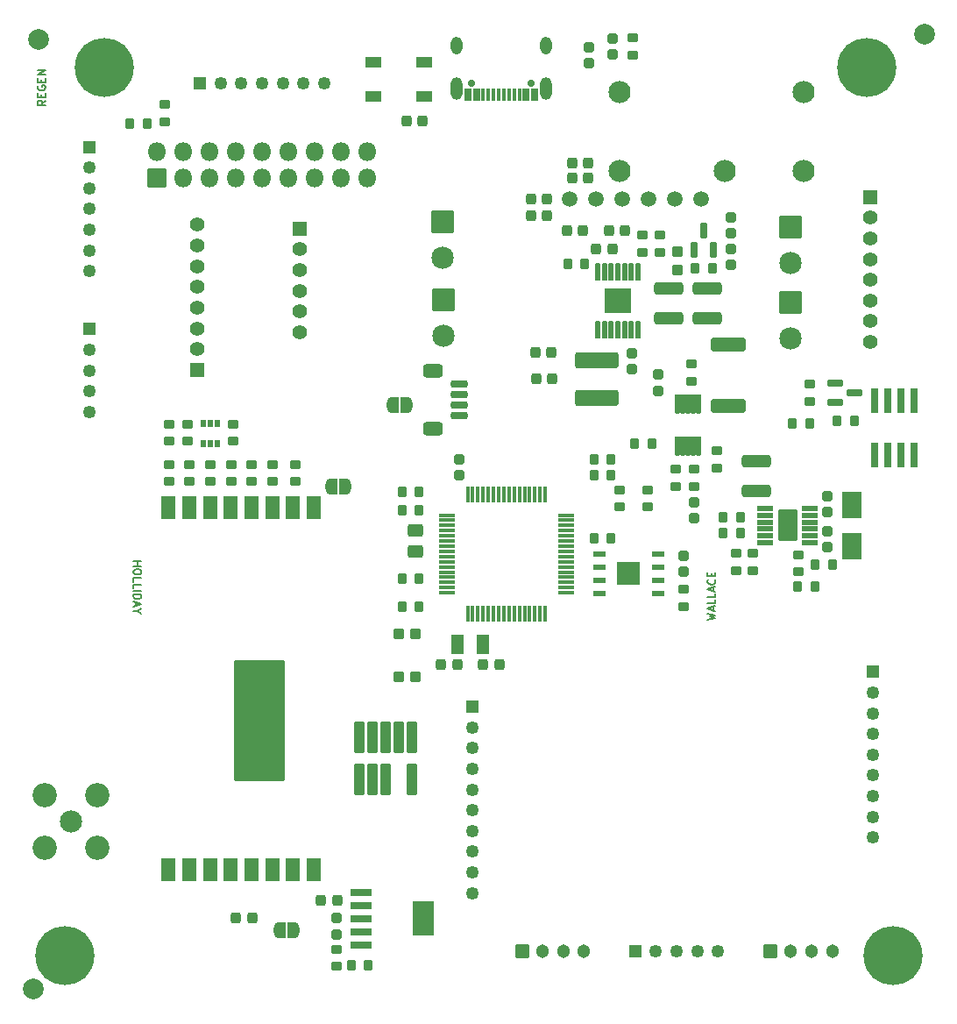
<source format=gts>
%TF.GenerationSoftware,KiCad,Pcbnew,7.0.9*%
%TF.CreationDate,2024-05-14T22:46:05-07:00*%
%TF.ProjectId,mainboard,6d61696e-626f-4617-9264-2e6b69636164,06b*%
%TF.SameCoordinates,Original*%
%TF.FileFunction,Soldermask,Top*%
%TF.FilePolarity,Negative*%
%FSLAX46Y46*%
G04 Gerber Fmt 4.6, Leading zero omitted, Abs format (unit mm)*
G04 Created by KiCad (PCBNEW 7.0.9) date 2024-05-14 22:46:05*
%MOMM*%
%LPD*%
G01*
G04 APERTURE LIST*
G04 Aperture macros list*
%AMRoundRect*
0 Rectangle with rounded corners*
0 $1 Rounding radius*
0 $2 $3 $4 $5 $6 $7 $8 $9 X,Y pos of 4 corners*
0 Add a 4 corners polygon primitive as box body*
4,1,4,$2,$3,$4,$5,$6,$7,$8,$9,$2,$3,0*
0 Add four circle primitives for the rounded corners*
1,1,$1+$1,$2,$3*
1,1,$1+$1,$4,$5*
1,1,$1+$1,$6,$7*
1,1,$1+$1,$8,$9*
0 Add four rect primitives between the rounded corners*
20,1,$1+$1,$2,$3,$4,$5,0*
20,1,$1+$1,$4,$5,$6,$7,0*
20,1,$1+$1,$6,$7,$8,$9,0*
20,1,$1+$1,$8,$9,$2,$3,0*%
%AMFreePoly0*
4,1,35,0.535921,0.785921,0.550800,0.750000,0.550800,-0.750000,0.535921,-0.785921,0.500000,-0.800800,0.000000,-0.800800,-0.012286,-0.795711,-0.071157,-0.795711,-0.085469,-0.793653,-0.222020,-0.753558,-0.235173,-0.747552,-0.354895,-0.670611,-0.365822,-0.661142,-0.459019,-0.553587,-0.466836,-0.541423,-0.525955,-0.411969,-0.530029,-0.398096,-0.550283,-0.257230,-0.550800,-0.250000,-0.550800,0.250000,
-0.550283,0.257230,-0.530029,0.398096,-0.525955,0.411969,-0.466836,0.541423,-0.459019,0.553587,-0.365822,0.661142,-0.354895,0.670611,-0.235173,0.747552,-0.222020,0.753558,-0.085469,0.793653,-0.071157,0.795711,-0.012286,0.795711,0.000000,0.800800,0.500000,0.800800,0.535921,0.785921,0.535921,0.785921,$1*%
%AMFreePoly1*
4,1,35,0.012286,0.795711,0.071157,0.795711,0.085469,0.793653,0.222020,0.753558,0.235173,0.747552,0.354895,0.670611,0.365822,0.661142,0.459019,0.553587,0.466836,0.541423,0.525955,0.411969,0.530029,0.398096,0.550283,0.257230,0.550800,0.250000,0.550800,-0.250000,0.550283,-0.257230,0.530029,-0.398096,0.525955,-0.411969,0.466836,-0.541423,0.459019,-0.553587,0.365822,-0.661142,
0.354895,-0.670611,0.235173,-0.747552,0.222020,-0.753558,0.085469,-0.793653,0.071157,-0.795711,0.012286,-0.795711,0.000000,-0.800800,-0.500000,-0.800800,-0.535921,-0.785921,-0.550800,-0.750000,-0.550800,0.750000,-0.535921,0.785921,-0.500000,0.800800,0.000000,0.800800,0.012286,0.795711,0.012286,0.795711,$1*%
G04 Aperture macros list end*
%ADD10C,0.190500*%
%ADD11RoundRect,0.050800X0.575000X0.575000X-0.575000X0.575000X-0.575000X-0.575000X0.575000X-0.575000X0*%
%ADD12C,1.251600*%
%ADD13FreePoly0,180.000000*%
%ADD14FreePoly1,180.000000*%
%ADD15RoundRect,0.300800X0.650000X-0.350000X0.650000X0.350000X-0.650000X0.350000X-0.650000X-0.350000X0*%
%ADD16RoundRect,0.200800X0.625000X-0.150000X0.625000X0.150000X-0.625000X0.150000X-0.625000X-0.150000X0*%
%ADD17RoundRect,0.300800X-1.100000X0.325000X-1.100000X-0.325000X1.100000X-0.325000X1.100000X0.325000X0*%
%ADD18RoundRect,0.250800X-0.200000X-0.275000X0.200000X-0.275000X0.200000X0.275000X-0.200000X0.275000X0*%
%ADD19RoundRect,0.063500X-0.152400X0.800100X-0.152400X-0.800100X0.152400X-0.800100X0.152400X0.800100X0*%
%ADD20RoundRect,0.063500X-1.230000X1.155000X-1.230000X-1.155000X1.230000X-1.155000X1.230000X1.155000X0*%
%ADD21RoundRect,0.275800X-0.225000X-0.250000X0.225000X-0.250000X0.225000X0.250000X-0.225000X0.250000X0*%
%ADD22RoundRect,0.275800X0.250000X-0.225000X0.250000X0.225000X-0.250000X0.225000X-0.250000X-0.225000X0*%
%ADD23RoundRect,0.250800X0.200000X0.275000X-0.200000X0.275000X-0.200000X-0.275000X0.200000X-0.275000X0*%
%ADD24RoundRect,0.275800X0.225000X0.250000X-0.225000X0.250000X-0.225000X-0.250000X0.225000X-0.250000X0*%
%ADD25RoundRect,0.063500X-0.660400X0.279400X-0.660400X-0.279400X0.660400X-0.279400X0.660400X0.279400X0*%
%ADD26RoundRect,0.050800X0.150000X0.737500X-0.150000X0.737500X-0.150000X-0.737500X0.150000X-0.737500X0*%
%ADD27RoundRect,0.050800X0.737500X-0.150000X0.737500X0.150000X-0.737500X0.150000X-0.737500X-0.150000X0*%
%ADD28RoundRect,0.050800X0.304800X1.104900X-0.304800X1.104900X-0.304800X-1.104900X0.304800X-1.104900X0*%
%ADD29RoundRect,0.063500X-0.525000X-0.225000X0.525000X-0.225000X0.525000X0.225000X-0.525000X0.225000X0*%
%ADD30RoundRect,0.063500X1.050000X-1.050000X1.050000X1.050000X-1.050000X1.050000X-1.050000X-1.050000X0*%
%ADD31C,5.701600*%
%ADD32C,2.000000*%
%ADD33C,2.133600*%
%ADD34RoundRect,0.250800X-0.275000X0.200000X-0.275000X-0.200000X0.275000X-0.200000X0.275000X0.200000X0*%
%ADD35C,2.151600*%
%ADD36C,2.351600*%
%ADD37RoundRect,0.050800X0.750000X0.450000X-0.750000X0.450000X-0.750000X-0.450000X0.750000X-0.450000X0*%
%ADD38RoundRect,0.275800X-0.250000X0.225000X-0.250000X-0.225000X0.250000X-0.225000X0.250000X0.225000X0*%
%ADD39RoundRect,0.300800X-0.450000X0.325000X-0.450000X-0.325000X0.450000X-0.325000X0.450000X0.325000X0*%
%ADD40RoundRect,0.250800X0.275000X-0.200000X0.275000X0.200000X-0.275000X0.200000X-0.275000X-0.200000X0*%
%ADD41RoundRect,0.050800X0.500000X0.900000X-0.500000X0.900000X-0.500000X-0.900000X0.500000X-0.900000X0*%
%ADD42RoundRect,0.063500X-1.016000X1.016000X-1.016000X-1.016000X1.016000X-1.016000X1.016000X1.016000X0*%
%ADD43C,2.159000*%
%ADD44RoundRect,0.269550X0.256250X-0.218750X0.256250X0.218750X-0.256250X0.218750X-0.256250X-0.218750X0*%
%ADD45RoundRect,0.300800X-1.425000X0.362500X-1.425000X-0.362500X1.425000X-0.362500X1.425000X0.362500X0*%
%ADD46RoundRect,0.383800X-1.767000X0.417000X-1.767000X-0.417000X1.767000X-0.417000X1.767000X0.417000X0*%
%ADD47RoundRect,0.063500X-0.279400X-0.660400X0.279400X-0.660400X0.279400X0.660400X-0.279400X0.660400X0*%
%ADD48RoundRect,0.300800X1.100000X-0.325000X1.100000X0.325000X-1.100000X0.325000X-1.100000X-0.325000X0*%
%ADD49RoundRect,0.050800X-0.165100X0.889000X-0.165100X-0.889000X0.165100X-0.889000X0.165100X0.889000X0*%
%ADD50RoundRect,0.050800X0.450000X-0.450000X0.450000X0.450000X-0.450000X0.450000X-0.450000X-0.450000X0*%
%ADD51RoundRect,0.050800X0.200000X-0.325000X0.200000X0.325000X-0.200000X0.325000X-0.200000X-0.325000X0*%
%ADD52RoundRect,0.050800X1.000000X-0.325000X1.000000X0.325000X-1.000000X0.325000X-1.000000X-0.325000X0*%
%ADD53RoundRect,0.050800X-1.000000X-1.600000X1.000000X-1.600000X1.000000X1.600000X-1.000000X1.600000X0*%
%ADD54C,0.701600*%
%ADD55RoundRect,0.050800X0.300000X0.575000X-0.300000X0.575000X-0.300000X-0.575000X0.300000X-0.575000X0*%
%ADD56RoundRect,0.050800X0.150000X0.575000X-0.150000X0.575000X-0.150000X-0.575000X0.150000X-0.575000X0*%
%ADD57O,1.101600X2.201600*%
%ADD58O,1.101600X1.701600*%
%ADD59RoundRect,0.050800X-0.698500X-0.215900X0.698500X-0.215900X0.698500X0.215900X-0.698500X0.215900X0*%
%ADD60RoundRect,0.050800X-0.876300X-1.473200X0.876300X-1.473200X0.876300X1.473200X-0.876300X1.473200X0*%
%ADD61RoundRect,0.050800X-0.850000X1.250000X-0.850000X-1.250000X0.850000X-1.250000X0.850000X1.250000X0*%
%ADD62RoundRect,0.288300X0.237500X-0.250000X0.237500X0.250000X-0.237500X0.250000X-0.237500X-0.250000X0*%
%ADD63RoundRect,0.102000X-0.370000X-1.395000X0.370000X-1.395000X0.370000X1.395000X-0.370000X1.395000X0*%
%ADD64RoundRect,0.063500X-0.650000X1.000000X-0.650000X-1.000000X0.650000X-1.000000X0.650000X1.000000X0*%
%ADD65RoundRect,0.063500X-2.350000X5.750000X-2.350000X-5.750000X2.350000X-5.750000X2.350000X5.750000X0*%
%ADD66RoundRect,0.050800X0.575000X-0.575000X0.575000X0.575000X-0.575000X0.575000X-0.575000X-0.575000X0*%
%ADD67FreePoly0,0.000000*%
%ADD68FreePoly1,0.000000*%
%ADD69RoundRect,0.050800X0.654000X-0.654000X0.654000X0.654000X-0.654000X0.654000X-0.654000X-0.654000X0*%
%ADD70C,1.409600*%
%ADD71RoundRect,0.076200X-0.575000X-0.575000X0.575000X-0.575000X0.575000X0.575000X-0.575000X0.575000X0*%
%ADD72C,1.302400*%
%ADD73RoundRect,0.050800X-0.654000X0.654000X-0.654000X-0.654000X0.654000X-0.654000X0.654000X0.654000X0*%
%ADD74C,1.501600*%
%ADD75RoundRect,0.050800X-0.850000X0.850000X-0.850000X-0.850000X0.850000X-0.850000X0.850000X0.850000X0*%
%ADD76O,1.801600X1.801600*%
G04 APERTURE END LIST*
D10*
X110020390Y-105246714D02*
X110782390Y-105246714D01*
X110419533Y-105246714D02*
X110419533Y-105682143D01*
X110020390Y-105682143D02*
X110782390Y-105682143D01*
X110782390Y-106190143D02*
X110782390Y-106335286D01*
X110782390Y-106335286D02*
X110746104Y-106407857D01*
X110746104Y-106407857D02*
X110673533Y-106480429D01*
X110673533Y-106480429D02*
X110528390Y-106516714D01*
X110528390Y-106516714D02*
X110274390Y-106516714D01*
X110274390Y-106516714D02*
X110129247Y-106480429D01*
X110129247Y-106480429D02*
X110056676Y-106407857D01*
X110056676Y-106407857D02*
X110020390Y-106335286D01*
X110020390Y-106335286D02*
X110020390Y-106190143D01*
X110020390Y-106190143D02*
X110056676Y-106117572D01*
X110056676Y-106117572D02*
X110129247Y-106045000D01*
X110129247Y-106045000D02*
X110274390Y-106008714D01*
X110274390Y-106008714D02*
X110528390Y-106008714D01*
X110528390Y-106008714D02*
X110673533Y-106045000D01*
X110673533Y-106045000D02*
X110746104Y-106117572D01*
X110746104Y-106117572D02*
X110782390Y-106190143D01*
X110020390Y-107206143D02*
X110020390Y-106843286D01*
X110020390Y-106843286D02*
X110782390Y-106843286D01*
X110020390Y-107823000D02*
X110020390Y-107460143D01*
X110020390Y-107460143D02*
X110782390Y-107460143D01*
X110020390Y-108077000D02*
X110782390Y-108077000D01*
X110020390Y-108439857D02*
X110782390Y-108439857D01*
X110782390Y-108439857D02*
X110782390Y-108621286D01*
X110782390Y-108621286D02*
X110746104Y-108730143D01*
X110746104Y-108730143D02*
X110673533Y-108802714D01*
X110673533Y-108802714D02*
X110600961Y-108839000D01*
X110600961Y-108839000D02*
X110455818Y-108875286D01*
X110455818Y-108875286D02*
X110346961Y-108875286D01*
X110346961Y-108875286D02*
X110201818Y-108839000D01*
X110201818Y-108839000D02*
X110129247Y-108802714D01*
X110129247Y-108802714D02*
X110056676Y-108730143D01*
X110056676Y-108730143D02*
X110020390Y-108621286D01*
X110020390Y-108621286D02*
X110020390Y-108439857D01*
X110238104Y-109165571D02*
X110238104Y-109528429D01*
X110020390Y-109093000D02*
X110782390Y-109347000D01*
X110782390Y-109347000D02*
X110020390Y-109601000D01*
X110383247Y-110000143D02*
X110020390Y-110000143D01*
X110782390Y-109746143D02*
X110383247Y-110000143D01*
X110383247Y-110000143D02*
X110782390Y-110254143D01*
X101522609Y-60723714D02*
X101159752Y-60977714D01*
X101522609Y-61159143D02*
X100760609Y-61159143D01*
X100760609Y-61159143D02*
X100760609Y-60868857D01*
X100760609Y-60868857D02*
X100796895Y-60796286D01*
X100796895Y-60796286D02*
X100833181Y-60760000D01*
X100833181Y-60760000D02*
X100905752Y-60723714D01*
X100905752Y-60723714D02*
X101014609Y-60723714D01*
X101014609Y-60723714D02*
X101087181Y-60760000D01*
X101087181Y-60760000D02*
X101123466Y-60796286D01*
X101123466Y-60796286D02*
X101159752Y-60868857D01*
X101159752Y-60868857D02*
X101159752Y-61159143D01*
X101123466Y-60397143D02*
X101123466Y-60143143D01*
X101522609Y-60034286D02*
X101522609Y-60397143D01*
X101522609Y-60397143D02*
X100760609Y-60397143D01*
X100760609Y-60397143D02*
X100760609Y-60034286D01*
X100796895Y-59308571D02*
X100760609Y-59381143D01*
X100760609Y-59381143D02*
X100760609Y-59490000D01*
X100760609Y-59490000D02*
X100796895Y-59598857D01*
X100796895Y-59598857D02*
X100869466Y-59671428D01*
X100869466Y-59671428D02*
X100942038Y-59707714D01*
X100942038Y-59707714D02*
X101087181Y-59744000D01*
X101087181Y-59744000D02*
X101196038Y-59744000D01*
X101196038Y-59744000D02*
X101341181Y-59707714D01*
X101341181Y-59707714D02*
X101413752Y-59671428D01*
X101413752Y-59671428D02*
X101486324Y-59598857D01*
X101486324Y-59598857D02*
X101522609Y-59490000D01*
X101522609Y-59490000D02*
X101522609Y-59417428D01*
X101522609Y-59417428D02*
X101486324Y-59308571D01*
X101486324Y-59308571D02*
X101450038Y-59272285D01*
X101450038Y-59272285D02*
X101196038Y-59272285D01*
X101196038Y-59272285D02*
X101196038Y-59417428D01*
X101123466Y-58945714D02*
X101123466Y-58691714D01*
X101522609Y-58582857D02*
X101522609Y-58945714D01*
X101522609Y-58945714D02*
X100760609Y-58945714D01*
X100760609Y-58945714D02*
X100760609Y-58582857D01*
X101522609Y-58256285D02*
X100760609Y-58256285D01*
X100760609Y-58256285D02*
X101522609Y-57820856D01*
X101522609Y-57820856D02*
X100760609Y-57820856D01*
X165493409Y-110907285D02*
X166255409Y-110725857D01*
X166255409Y-110725857D02*
X165711124Y-110580714D01*
X165711124Y-110580714D02*
X166255409Y-110435571D01*
X166255409Y-110435571D02*
X165493409Y-110254143D01*
X166037695Y-110000143D02*
X166037695Y-109637286D01*
X166255409Y-110072714D02*
X165493409Y-109818714D01*
X165493409Y-109818714D02*
X166255409Y-109564714D01*
X166255409Y-108947857D02*
X166255409Y-109310714D01*
X166255409Y-109310714D02*
X165493409Y-109310714D01*
X166255409Y-108331000D02*
X166255409Y-108693857D01*
X166255409Y-108693857D02*
X165493409Y-108693857D01*
X166037695Y-108113286D02*
X166037695Y-107750429D01*
X166255409Y-108185857D02*
X165493409Y-107931857D01*
X165493409Y-107931857D02*
X166255409Y-107677857D01*
X166182838Y-106988428D02*
X166219124Y-107024714D01*
X166219124Y-107024714D02*
X166255409Y-107133571D01*
X166255409Y-107133571D02*
X166255409Y-107206143D01*
X166255409Y-107206143D02*
X166219124Y-107315000D01*
X166219124Y-107315000D02*
X166146552Y-107387571D01*
X166146552Y-107387571D02*
X166073981Y-107423857D01*
X166073981Y-107423857D02*
X165928838Y-107460143D01*
X165928838Y-107460143D02*
X165819981Y-107460143D01*
X165819981Y-107460143D02*
X165674838Y-107423857D01*
X165674838Y-107423857D02*
X165602266Y-107387571D01*
X165602266Y-107387571D02*
X165529695Y-107315000D01*
X165529695Y-107315000D02*
X165493409Y-107206143D01*
X165493409Y-107206143D02*
X165493409Y-107133571D01*
X165493409Y-107133571D02*
X165529695Y-107024714D01*
X165529695Y-107024714D02*
X165565981Y-106988428D01*
X165856266Y-106661857D02*
X165856266Y-106407857D01*
X166255409Y-106299000D02*
X166255409Y-106661857D01*
X166255409Y-106661857D02*
X165493409Y-106661857D01*
X165493409Y-106661857D02*
X165493409Y-106299000D01*
D11*
X116450001Y-59050000D03*
D12*
X118450002Y-59050000D03*
X120450001Y-59050000D03*
X122450002Y-59050000D03*
X124450000Y-59050000D03*
X126450001Y-59050000D03*
X128450000Y-59050000D03*
D13*
X136390000Y-90120000D03*
D14*
X135090000Y-90120000D03*
D15*
X138960000Y-86830000D03*
X138960000Y-92430000D03*
D16*
X141485000Y-88130000D03*
X141485000Y-89130000D03*
X141485000Y-90130000D03*
X141485000Y-91130000D03*
D17*
X170200000Y-95525000D03*
X170200000Y-98475000D03*
D18*
X177991000Y-91694000D03*
X179641000Y-91694000D03*
D19*
X158766134Y-77289496D03*
X158116121Y-77289496D03*
X157466112Y-77289496D03*
X156816100Y-77289496D03*
X156166088Y-77289496D03*
X155516079Y-77289496D03*
X154866066Y-77289496D03*
X154866066Y-82826696D03*
X155516079Y-82826696D03*
X156166088Y-82826696D03*
X156816100Y-82826696D03*
X157466112Y-82826696D03*
X158116121Y-82826696D03*
X158766134Y-82826696D03*
D20*
X156816100Y-80058096D03*
D21*
X148958000Y-87630000D03*
X150508000Y-87630000D03*
X148865600Y-85090000D03*
X150415600Y-85090000D03*
D22*
X158178500Y-86690500D03*
X158178500Y-85140500D03*
D23*
X153606000Y-76517500D03*
X151956000Y-76517500D03*
D24*
X156286500Y-75057000D03*
X154736500Y-75057000D03*
D25*
X177783800Y-87995596D03*
X177783800Y-89900596D03*
X179663400Y-88948096D03*
D18*
X164275000Y-76962000D03*
X165925000Y-76962000D03*
D26*
X142300000Y-110259000D03*
X142800000Y-110259000D03*
X143300000Y-110259000D03*
X143800000Y-110259000D03*
X144300000Y-110259000D03*
X144800000Y-110259000D03*
X145300000Y-110259000D03*
X145800000Y-110259000D03*
X146300000Y-110259000D03*
X146800000Y-110259000D03*
X147300000Y-110259000D03*
X147800000Y-110259000D03*
X148300000Y-110259000D03*
X148800000Y-110259000D03*
X149300000Y-110259000D03*
X149800000Y-110259000D03*
D27*
X151788000Y-108271000D03*
X151788000Y-107771000D03*
X151788000Y-107271000D03*
X151788000Y-106771000D03*
X151788000Y-106271000D03*
X151788000Y-105771000D03*
X151788000Y-105271000D03*
X151788000Y-104771000D03*
X151788000Y-104271000D03*
X151788000Y-103771000D03*
X151788000Y-103271000D03*
X151788000Y-102771000D03*
X151788000Y-102271000D03*
X151788000Y-101771000D03*
X151788000Y-101271000D03*
X151788000Y-100771000D03*
D26*
X149800000Y-98783000D03*
X149300000Y-98783000D03*
X148800000Y-98783000D03*
X148300000Y-98783000D03*
X147800000Y-98783000D03*
X147300000Y-98783000D03*
X146800000Y-98783000D03*
X146300000Y-98783000D03*
X145800000Y-98783000D03*
X145300000Y-98783000D03*
X144800000Y-98783000D03*
X144300000Y-98783000D03*
X143800000Y-98783000D03*
X143300000Y-98783000D03*
X142800000Y-98783000D03*
X142300000Y-98783000D03*
D27*
X140312000Y-100771000D03*
X140312000Y-101271000D03*
X140312000Y-101771000D03*
X140312000Y-102271000D03*
X140312000Y-102771000D03*
X140312000Y-103271000D03*
X140312000Y-103771000D03*
X140312000Y-104271000D03*
X140312000Y-104771000D03*
X140312000Y-105271000D03*
X140312000Y-105771000D03*
X140312000Y-106271000D03*
X140312000Y-106771000D03*
X140312000Y-107271000D03*
X140312000Y-107771000D03*
X140312000Y-108271000D03*
D28*
X185420000Y-89712800D03*
X184150000Y-89712800D03*
X182880000Y-89712800D03*
X181610000Y-89712800D03*
X181610000Y-94945200D03*
X182880000Y-94945200D03*
X184150000Y-94945200D03*
X185420000Y-94945200D03*
D18*
X135954000Y-100330000D03*
X137604000Y-100330000D03*
D29*
X155011000Y-104521000D03*
X155011000Y-105791000D03*
X155011000Y-107061000D03*
X155011000Y-108331000D03*
X160711000Y-108331000D03*
X160711000Y-107061000D03*
X160711000Y-105791000D03*
X160711000Y-104521000D03*
D30*
X157861000Y-106426000D03*
D18*
X154496000Y-95377000D03*
X156146000Y-95377000D03*
D23*
X137604000Y-109601000D03*
X135954000Y-109601000D03*
D31*
X107236100Y-57564100D03*
X103426100Y-143294100D03*
X183426100Y-143294100D03*
X180896100Y-57564100D03*
D32*
X100330000Y-146558000D03*
D33*
X157000000Y-67500000D03*
X157000000Y-59880000D03*
X167160000Y-67500000D03*
X174780000Y-59880000D03*
X174780000Y-67500000D03*
D22*
X154051000Y-57143000D03*
X154051000Y-55593000D03*
D34*
X158254700Y-54674000D03*
X158254700Y-56324000D03*
D24*
X153937000Y-66776600D03*
X152387000Y-66776600D03*
D21*
X148450000Y-71818500D03*
X150000000Y-71818500D03*
D34*
X159194500Y-73724000D03*
X159194500Y-75374000D03*
D21*
X151879000Y-73279000D03*
X153429000Y-73279000D03*
D35*
X103949500Y-130365500D03*
D36*
X106489500Y-127825500D03*
X101409500Y-127825500D03*
X106489500Y-132905500D03*
X101409500Y-132905500D03*
D37*
X138086000Y-60324000D03*
X138086000Y-57024000D03*
X133186000Y-57024000D03*
X133186000Y-60324000D03*
D23*
X156146000Y-102997000D03*
X154496000Y-102997000D03*
D22*
X164211000Y-101064196D03*
X164211000Y-99514196D03*
D38*
X163195000Y-104683096D03*
X163195000Y-106233096D03*
D18*
X135954000Y-106934000D03*
X137604000Y-106934000D03*
D23*
X137604000Y-98552000D03*
X135954000Y-98552000D03*
D39*
X137287000Y-102226000D03*
X137287000Y-104276000D03*
D24*
X137975000Y-62700000D03*
X136425000Y-62700000D03*
X157493000Y-73279000D03*
X155943000Y-73279000D03*
D21*
X148412000Y-70231000D03*
X149962000Y-70231000D03*
D40*
X162433000Y-97980000D03*
X162433000Y-96330000D03*
X164211000Y-97980000D03*
X164211000Y-96330000D03*
D18*
X158433000Y-93853000D03*
X160083000Y-93853000D03*
D40*
X166370000Y-96202000D03*
X166370000Y-94552000D03*
D23*
X156146000Y-96901000D03*
X154496000Y-96901000D03*
D21*
X143801800Y-115183920D03*
X145351800Y-115183920D03*
D41*
X141294800Y-113278920D03*
X143794800Y-113278920D03*
D24*
X141287800Y-115183920D03*
X139737800Y-115183920D03*
D42*
X173532800Y-80213200D03*
D43*
X173532800Y-83713200D03*
D40*
X160909000Y-75374000D03*
X160909000Y-73724000D03*
D44*
X156293500Y-56286500D03*
X156293500Y-54711500D03*
D45*
X167500000Y-84312500D03*
X167500000Y-90237500D03*
D46*
X154813000Y-85830000D03*
X154813000Y-89430000D03*
D47*
X164147500Y-75171300D03*
X166052500Y-75171300D03*
X165100000Y-73291700D03*
D42*
X139954000Y-79959200D03*
D43*
X139954000Y-83459200D03*
D23*
X175323000Y-91948000D03*
X173673000Y-91948000D03*
D34*
X175387000Y-88123096D03*
X175387000Y-89773096D03*
D48*
X161769100Y-81787096D03*
X161769100Y-78837096D03*
X165481000Y-81787096D03*
X165481000Y-78837096D03*
D38*
X167767000Y-71996000D03*
X167767000Y-73546000D03*
D34*
X163957000Y-86170000D03*
X163957000Y-87820000D03*
D49*
X164576001Y-90030300D03*
X164075999Y-90030300D03*
X163576000Y-90030300D03*
X163076001Y-90030300D03*
X162575999Y-90030300D03*
X162575999Y-94119700D03*
X163076001Y-94119700D03*
X163576000Y-94119700D03*
X164075999Y-94119700D03*
X164576001Y-94119700D03*
D34*
X129649937Y-142705948D03*
X129649937Y-144355948D03*
D50*
X135661500Y-112250000D03*
X135661500Y-116350000D03*
X137261500Y-112250000D03*
X137261500Y-116350000D03*
D22*
X167767000Y-76594000D03*
X167767000Y-75044000D03*
D40*
X115438600Y-97535500D03*
X115438600Y-95885500D03*
X113438600Y-97535500D03*
X113438600Y-95885500D03*
D34*
X119438600Y-95885500D03*
X119438600Y-97535500D03*
D40*
X121438600Y-97535500D03*
X121438600Y-95885500D03*
X113438600Y-93623900D03*
X113438600Y-91973900D03*
X119650000Y-93623900D03*
X119650000Y-91973900D03*
D51*
X116788600Y-93850500D03*
X117438600Y-93850500D03*
X118088600Y-93850500D03*
X118088600Y-91950500D03*
X117438600Y-91950500D03*
X116788600Y-91950500D03*
D34*
X115225000Y-91973900D03*
X115225000Y-93623900D03*
X117438600Y-95885500D03*
X117438600Y-97535500D03*
X123438600Y-95885500D03*
X123438600Y-97535500D03*
D40*
X125666500Y-97535500D03*
X125666500Y-95885500D03*
D52*
X131983937Y-137180948D03*
X131983937Y-138450948D03*
X131983937Y-139720948D03*
X131983937Y-140990948D03*
X131983937Y-142260948D03*
D53*
X137983937Y-139720948D03*
D13*
X125465600Y-140868400D03*
D14*
X124165600Y-140868400D03*
D21*
X119925800Y-139674600D03*
X121475800Y-139674600D03*
D18*
X131058937Y-144258948D03*
X132708937Y-144258948D03*
D38*
X129649937Y-139707948D03*
X129649937Y-141257948D03*
D21*
X152387000Y-68250000D03*
X153937000Y-68250000D03*
D38*
X160675000Y-87200000D03*
X160675000Y-88750000D03*
D54*
X148437000Y-59053000D03*
X142667000Y-59053000D03*
D55*
X148752000Y-60128000D03*
X147952000Y-60128000D03*
D56*
X146802000Y-60128000D03*
X145802000Y-60128000D03*
X145302000Y-60128000D03*
X144302000Y-60128000D03*
D55*
X143152000Y-60128000D03*
X142352000Y-60128000D03*
D56*
X143802000Y-60128000D03*
X144802000Y-60128000D03*
X146302000Y-60128000D03*
X147302000Y-60128000D03*
D57*
X149872000Y-59553000D03*
D58*
X149872000Y-55413000D03*
D57*
X141232000Y-59553000D03*
D58*
X141232000Y-55413000D03*
D42*
X139903200Y-72440800D03*
D43*
X139903200Y-75940800D03*
D42*
X173532800Y-72948800D03*
D43*
X173532800Y-76448800D03*
D23*
X177532800Y-105567481D03*
X175882800Y-105567481D03*
D34*
X168224200Y-104488481D03*
X168224200Y-106138481D03*
D32*
X186436000Y-54356000D03*
D59*
X171018200Y-100152200D03*
X171018200Y-100802441D03*
X171018200Y-101452681D03*
X171018200Y-102102919D03*
X171018200Y-102753159D03*
X171018200Y-103403400D03*
X175387000Y-103403400D03*
X175387000Y-102753159D03*
X175387000Y-102102919D03*
X175387000Y-101452681D03*
X175387000Y-100802441D03*
X175387000Y-100152200D03*
D60*
X173202600Y-101777800D03*
D61*
X179451000Y-99759000D03*
X179451000Y-103759000D03*
D62*
X162560000Y-77112500D03*
X162560000Y-75287500D03*
D21*
X128133937Y-138008948D03*
X129683937Y-138008948D03*
D22*
X177063400Y-100500481D03*
X177063400Y-98950481D03*
D34*
X169849800Y-104488481D03*
X169849800Y-106138481D03*
D63*
X131825000Y-126280000D03*
X131825000Y-122210000D03*
X133095000Y-126280000D03*
X133095000Y-122210000D03*
X134365000Y-126280000D03*
X134365000Y-122210000D03*
X135635000Y-122210000D03*
X136905000Y-126280000D03*
X136905000Y-122210000D03*
D64*
X113420000Y-135050000D03*
X115420000Y-135050000D03*
X117420000Y-135050000D03*
X119420000Y-135050000D03*
X121420000Y-135050000D03*
X123420000Y-135050000D03*
X125420000Y-135050000D03*
X127420000Y-135050000D03*
X127420000Y-100050000D03*
X125420000Y-100050000D03*
X123420000Y-100050000D03*
X121420000Y-100050000D03*
X119420000Y-100050000D03*
X117420000Y-100050000D03*
X115420000Y-100050000D03*
X113420000Y-100050000D03*
D65*
X122170000Y-120600000D03*
D34*
X157010000Y-98345000D03*
X157010000Y-99995000D03*
D23*
X111325000Y-62990000D03*
X109675000Y-62990000D03*
D11*
X158484001Y-142920000D03*
D12*
X160484002Y-142920000D03*
X162484001Y-142920000D03*
X164484002Y-142920000D03*
X166484000Y-142920000D03*
D32*
X100838000Y-54864000D03*
D18*
X174181000Y-107696000D03*
X175831000Y-107696000D03*
D66*
X105800000Y-82799999D03*
D12*
X105800000Y-84800000D03*
X105800000Y-86799999D03*
X105800000Y-88800000D03*
X105800000Y-90799998D03*
D18*
X167015000Y-100950000D03*
X168665000Y-100950000D03*
D67*
X129144000Y-98044000D03*
D68*
X130444000Y-98044000D03*
D23*
X168665000Y-102490000D03*
X167015000Y-102490000D03*
D69*
X181200000Y-70050001D03*
D70*
X181200000Y-72050002D03*
X181200000Y-74050001D03*
X181200000Y-76050002D03*
X181200000Y-78050000D03*
X181200000Y-80050001D03*
X181200000Y-82050000D03*
X181200000Y-84050001D03*
D66*
X142775000Y-119275000D03*
D12*
X142775000Y-121275001D03*
X142775000Y-123275000D03*
X142775000Y-125275001D03*
X142775000Y-127274999D03*
X142775000Y-129275000D03*
X142775000Y-131274999D03*
X142775000Y-133275000D03*
X142775000Y-135275001D03*
X142775000Y-137275000D03*
D71*
X147548637Y-142920000D03*
D72*
X149548637Y-142920000D03*
X151548637Y-142920000D03*
X153548637Y-142920000D03*
D22*
X177063400Y-103853281D03*
X177063400Y-102303281D03*
D69*
X126100000Y-73100000D03*
D70*
X126100000Y-75100000D03*
X126100000Y-77100000D03*
X126100000Y-79100000D03*
X126100000Y-81100000D03*
X126100000Y-83100000D03*
D34*
X163169600Y-107937800D03*
X163169600Y-109587800D03*
D40*
X113010000Y-62765000D03*
X113010000Y-61115000D03*
D73*
X116205000Y-86739999D03*
D70*
X116205000Y-84739998D03*
X116205000Y-82739999D03*
X116205000Y-80739998D03*
X116205000Y-78740000D03*
X116205000Y-76739999D03*
X116205000Y-74740000D03*
X116205000Y-72739999D03*
D66*
X105750000Y-65214001D03*
D12*
X105750000Y-67214002D03*
X105750000Y-69214001D03*
X105750000Y-71214002D03*
X105750000Y-73214000D03*
X105750000Y-75214001D03*
X105750000Y-77214000D03*
D71*
X171537500Y-142920000D03*
D72*
X173537500Y-142920000D03*
X175537500Y-142920000D03*
X177537500Y-142920000D03*
D12*
X181491000Y-131900000D03*
X181491000Y-129899999D03*
X181491000Y-127899998D03*
X181491000Y-125899999D03*
X181491000Y-123899998D03*
X181491000Y-121900000D03*
X181491000Y-119899999D03*
X181491000Y-117900000D03*
D66*
X181491000Y-115899999D03*
D34*
X159660000Y-98335000D03*
X159660000Y-99985000D03*
X174244000Y-104585000D03*
X174244000Y-106235000D03*
D22*
X141520000Y-96945000D03*
X141520000Y-95395000D03*
D74*
X152146000Y-70231000D03*
X154686000Y-70231000D03*
X157226000Y-70231000D03*
X159766000Y-70231000D03*
X162306000Y-70231000D03*
X164846000Y-70231000D03*
D75*
X112280000Y-68240000D03*
D76*
X112280000Y-65700000D03*
X114820000Y-68240000D03*
X114820000Y-65700000D03*
X117360000Y-68240000D03*
X117360000Y-65700000D03*
X119900000Y-68240000D03*
X119900000Y-65700000D03*
X122440000Y-68240000D03*
X122440000Y-65700000D03*
X124980000Y-68240000D03*
X124980000Y-65700000D03*
X127520000Y-68240000D03*
X127520000Y-65700000D03*
X130060000Y-68240000D03*
X130060000Y-65700000D03*
X132600000Y-68240000D03*
X132600000Y-65700000D03*
M02*

</source>
